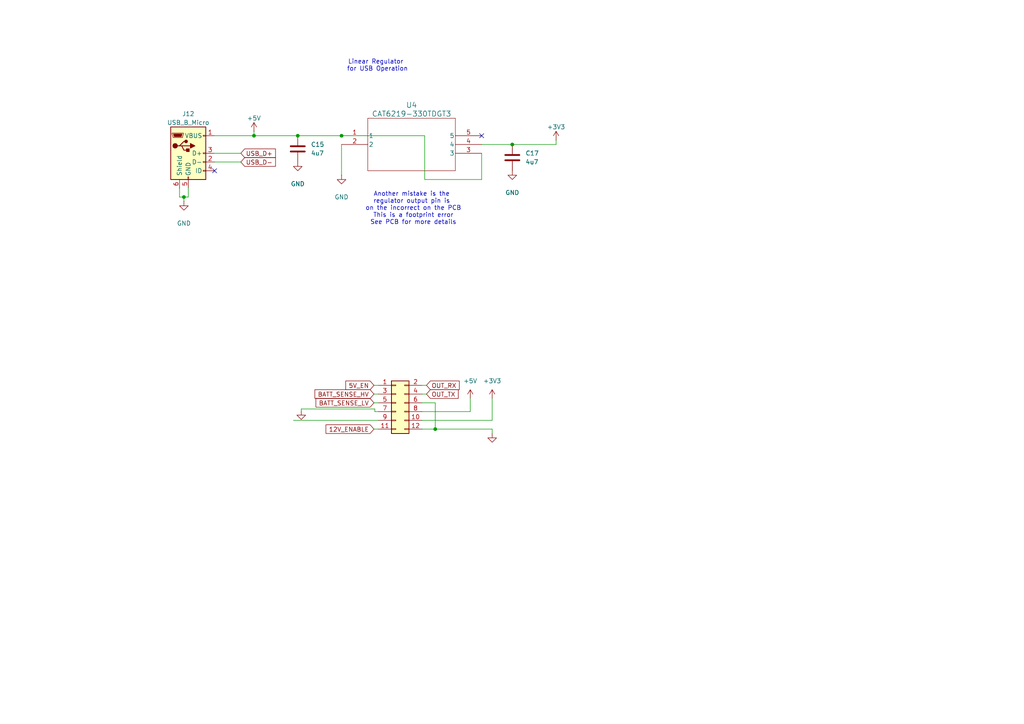
<source format=kicad_sch>
(kicad_sch (version 20231120) (generator "eeschema") (generator_version "8.0")
  (paper "A4")
  (lib_symbols
    (symbol "+3V3_3" (power) (pin_numbers hide) (pin_names (offset 0) hide)
      (property "Value" "+3V3" (at 0 3.556 0))
      (symbol "+3V3_3_0_1"
        (polyline (pts (xy -0.762 1.27) (xy 0 2.54)))
        (polyline (pts (xy 0 0) (xy 0 2.54)))
        (polyline (pts (xy 0 2.54) (xy 0.762 1.27)))
      )
      (symbol "+3V3_3_1_1"
        (pin power_in line (at 0 0 90) (length 0) (name "~") (number "1"))
      )
    )
    (symbol "Connector:USB_B_Micro" (pin_names (offset 1.016))
      (property "Reference" "J" (at -5.08 11.43 0))
      (property "Value" "USB_B_Micro" (at -5.08 8.89 0))
      (symbol "USB_B_Micro_0_1"
        (rectangle (start -5.08 -7.62) (end 5.08 7.62) (stroke (width 0.254)) (fill (type background)))
        (circle (center -3.81 2.159) (radius 0.635) (stroke (width 0.254)) (fill (type outline)))
        (circle (center -0.635 3.429) (radius 0.381) (stroke (width 0.254)) (fill (type outline)))
        (rectangle (start -0.127 -7.62) (end 0.127 -6.858))
        (polyline (pts (xy -1.905 2.159) (xy 0.635 2.159)) (stroke (width 0.254)))
        (polyline (pts (xy -3.175 2.159) (xy -2.54 2.159) (xy -1.27 3.429) (xy -0.635 3.429)) (stroke (width 0.254)))
        (polyline (pts (xy -2.54 2.159) (xy -1.905 2.159) (xy -1.27 0.889) (xy 0 0.889)) (stroke (width 0.254)))
        (polyline (pts (xy 0.635 2.794) (xy 0.635 1.524) (xy 1.905 2.159) (xy 0.635 2.794)) (stroke (width 0.254)) (fill (type outline)))
        (polyline (pts (xy -4.318 5.588) (xy -1.778 5.588) (xy -2.032 4.826) (xy -4.064 4.826) (xy -4.318 5.588)) (fill (type outline)))
        (polyline (pts (xy -4.699 5.842) (xy -4.699 5.588) (xy -4.445 4.826) (xy -4.445 4.572) (xy -1.651 4.572) (xy -1.651 4.826) (xy -1.397 5.588) (xy -1.397 5.842) (xy -4.699 5.842)))
        (rectangle (start 0.254 1.27) (end -0.508 0.508) (stroke (width 0.254)) (fill (type outline)))
        (rectangle (start 5.08 -5.207) (end 4.318 -4.953))
        (rectangle (start 5.08 -2.667) (end 4.318 -2.413))
        (rectangle (start 5.08 -0.127) (end 4.318 0.127))
        (rectangle (start 5.08 4.953) (end 4.318 5.207))
      )
      (symbol "USB_B_Micro_1_1"
        (pin power_out line (at 7.62 5.08 180) (length 2.54) (name "VBUS") (number "1"))
        (pin bidirectional line (at 7.62 -2.54 180) (length 2.54) (name "D-") (number "2"))
        (pin bidirectional line (at 7.62 0 180) (length 2.54) (name "D+") (number "3"))
        (pin passive line (at 7.62 -5.08 180) (length 2.54) (name "ID") (number "4"))
        (pin power_out line (at 0 -10.16 90) (length 2.54) (name "GND") (number "5"))
        (pin passive line (at -2.54 -10.16 90) (length 2.54) (name "Shield") (number "6"))
      )
    )
    (symbol "Connector_Generic:Conn_02x06_Odd_Even" (pin_names (offset 1.016) hide)
      (property "Reference" "J" (at 1.27 7.62 0))
      (property "Value" "Conn_02x06_Odd_Even" (at 1.27 -10.16 0))
      (symbol "Conn_02x06_Odd_Even_1_1"
        (rectangle (start -1.27 -7.493) (end 0 -7.747) (stroke (width 0.1524)))
        (rectangle (start -1.27 -4.953) (end 0 -5.207) (stroke (width 0.1524)))
        (rectangle (start -1.27 -2.413) (end 0 -2.667) (stroke (width 0.1524)))
        (rectangle (start -1.27 0.127) (end 0 -0.127) (stroke (width 0.1524)))
        (rectangle (start -1.27 2.667) (end 0 2.413) (stroke (width 0.1524)))
        (rectangle (start -1.27 5.207) (end 0 4.953) (stroke (width 0.1524)))
        (rectangle (start -1.27 6.35) (end 3.81 -8.89) (stroke (width 0.254)) (fill (type background)))
        (rectangle (start 3.81 -7.493) (end 2.54 -7.747) (stroke (width 0.1524)))
        (rectangle (start 3.81 -4.953) (end 2.54 -5.207) (stroke (width 0.1524)))
        (rectangle (start 3.81 -2.413) (end 2.54 -2.667) (stroke (width 0.1524)))
        (rectangle (start 3.81 0.127) (end 2.54 -0.127) (stroke (width 0.1524)))
        (rectangle (start 3.81 2.667) (end 2.54 2.413) (stroke (width 0.1524)))
        (rectangle (start 3.81 5.207) (end 2.54 4.953) (stroke (width 0.1524)))
        (pin passive line (at -5.08 5.08 0) (length 3.81) (name "Pin_1") (number "1"))
        (pin passive line (at 7.62 -5.08 180) (length 3.81) (name "Pin_10") (number "10"))
        (pin passive line (at -5.08 -7.62 0) (length 3.81) (name "Pin_11") (number "11"))
        (pin passive line (at 7.62 -7.62 180) (length 3.81) (name "Pin_12") (number "12"))
        (pin passive line (at 7.62 5.08 180) (length 3.81) (name "Pin_2") (number "2"))
        (pin passive line (at -5.08 2.54 0) (length 3.81) (name "Pin_3") (number "3"))
        (pin passive line (at 7.62 2.54 180) (length 3.81) (name "Pin_4") (number "4"))
        (pin passive line (at -5.08 0 0) (length 3.81) (name "Pin_5") (number "5"))
        (pin passive line (at 7.62 0 180) (length 3.81) (name "Pin_6") (number "6"))
        (pin passive line (at -5.08 -2.54 0) (length 3.81) (name "Pin_7") (number "7"))
        (pin passive line (at 7.62 -2.54 180) (length 3.81) (name "Pin_8") (number "8"))
        (pin passive line (at -5.08 -5.08 0) (length 3.81) (name "Pin_9") (number "9"))
      )
    )
    (symbol "Device:C" (pin_numbers hide) (pin_names (offset 0.254))
      (property "Reference" "C" (at 0.635 2.54 0))
      (property "Value" "C" (at 0.635 -2.54 0))
      (symbol "C_0_1"
        (polyline (pts (xy -2.032 -0.762) (xy 2.032 -0.762)) (stroke (width 0.508)))
        (polyline (pts (xy -2.032 0.762) (xy 2.032 0.762)) (stroke (width 0.508)))
      )
      (symbol "C_1_1"
        (pin passive line (at 0 3.81 270) (length 2.794) (name "~") (number "1"))
        (pin passive line (at 0 -3.81 90) (length 2.794) (name "~") (number "2"))
      )
    )
    (symbol "GND_7" (power) (pin_numbers hide) (pin_names (offset 0) hide)
      (property "Value" "GND" (at 0 -3.81 0))
      (symbol "GND_7_0_1"
        (polyline (pts (xy 0 0) (xy 0 -1.27) (xy 1.27 -1.27) (xy 0 -2.54) (xy -1.27 -1.27) (xy 0 -1.27)))
      )
      (symbol "GND_7_1_1"
        (pin power_in line (at 0 0 270) (length 0) (name "~") (number "1"))
      )
    )
    (symbol "GND_8" (power) (pin_numbers hide) (pin_names (offset 0) hide)
      (property "Value" "GND" (at 0 -3.81 0))
      (symbol "GND_8_0_1"
        (polyline (pts (xy 0 0) (xy 0 -1.27) (xy 1.27 -1.27) (xy 0 -2.54) (xy -1.27 -1.27) (xy 0 -1.27)))
      )
      (symbol "GND_8_1_1"
        (pin power_in line (at 0 0 270) (length 0) (name "~") (number "1"))
      )
    )
    (symbol "SV_CAT6219-330TDGT3:CAT6219-330TDGT3" (pin_names (offset 0.254))
      (property "Reference" "U" (at 20.32 10.16 0))
      (property "Value" "CAT6219-330TDGT3" (at 20.32 7.62 0))
      (symbol "CAT6219-330TDGT3_0_1"
        (polyline (pts (xy 7.62 -10.16) (xy 33.02 -10.16)) (stroke (width 0.127)))
        (polyline (pts (xy 7.62 5.08) (xy 7.62 -10.16)) (stroke (width 0.127)))
        (polyline (pts (xy 33.02 -10.16) (xy 33.02 5.08)) (stroke (width 0.127)))
        (polyline (pts (xy 33.02 5.08) (xy 7.62 5.08)) (stroke (width 0.127)))
        (pin unspecified line (at 0 0 0) (length 7.62) (name "1") (number "1"))
        (pin unspecified line (at 0 -2.54 0) (length 7.62) (name "2") (number "2"))
        (pin unspecified line (at 40.64 -5.08 180) (length 7.62) (name "3") (number "3"))
        (pin unspecified line (at 40.64 -2.54 180) (length 7.62) (name "4") (number "4"))
        (pin unspecified line (at 40.64 0 180) (length 7.62) (name "5") (number "5"))
      )
    )
    (symbol "power:+3V3" (power) (pin_names (offset 0))
      (property "Value" "+3V3" (at 0 3.556 0))
      (symbol "+3V3_0_1"
        (polyline (pts (xy -0.762 1.27) (xy 0 2.54)))
        (polyline (pts (xy 0 0) (xy 0 2.54)))
        (polyline (pts (xy 0 2.54) (xy 0.762 1.27)))
      )
      (symbol "+3V3_1_1"
        (pin power_in line (at 0 0 90) (length 0) hide (name "+3V3") (number "1"))
      )
    )
    (symbol "power:+5V" (power) (pin_names (offset 0))
      (property "Value" "+5V" (at 0 3.556 0))
      (symbol "+5V_0_1"
        (polyline (pts (xy -0.762 1.27) (xy 0 2.54)))
        (polyline (pts (xy 0 0) (xy 0 2.54)))
        (polyline (pts (xy 0 2.54) (xy 0.762 1.27)))
      )
      (symbol "+5V_1_1"
        (pin power_in line (at 0 0 90) (length 0) hide (name "+5V") (number "1"))
      )
    )
    (symbol "power:GND" (power) (pin_names (offset 0))
      (property "Value" "GND" (at 0 -3.81 0))
      (symbol "GND_0_1"
        (polyline (pts (xy 0 0) (xy 0 -1.27) (xy 1.27 -1.27) (xy 0 -2.54) (xy -1.27 -1.27) (xy 0 -1.27)))
      )
      (symbol "GND_1_1"
        (pin power_in line (at 0 0 270) (length 0) hide (name "GND") (number "1"))
      )
    )
    (symbol "power:VBUS" (power) (pin_numbers hide) (pin_names (offset 0) hide)
      (property "Value" "VBUS" (at 0 3.556 0))
      (symbol "VBUS_0_1"
        (polyline (pts (xy -0.762 1.27) (xy 0 2.54)))
        (polyline (pts (xy 0 0) (xy 0 2.54)))
        (polyline (pts (xy 0 2.54) (xy 0.762 1.27)))
      )
      (symbol "VBUS_1_1"
        (pin power_in line (at 0 0 90) (length 0) (name "~") (number "1"))
      )
    )
  )
  (junction (at 53.34 57.15))
  (junction (at 99.06 39.37))
  (junction (at 126.238 124.46))
  (junction (at 86.36 39.37))
  (junction (at 73.66 39.37))
  (junction (at 148.59 41.91))
  (no_connect (at 139.7 39.37))
  (no_connect (at 62.23 49.53))
  (wire (pts (xy 99.06 39.37) (xy 123.19 39.37)))
  (wire (pts (xy 123.19 52.07) (xy 123.19 39.37)))
  (wire (pts (xy 73.66 38.1) (xy 73.66 39.37)))
  (wire (pts (xy 123.698 111.76) (xy 122.428 111.76)))
  (wire (pts (xy 108.458 124.46) (xy 109.728 124.46)))
  (wire (pts (xy 108.458 111.76) (xy 109.728 111.76)))
  (wire (pts (xy 139.7 52.07) (xy 123.19 52.07)))
  (wire (pts (xy 148.59 41.91) (xy 161.29 41.91)))
  (wire (pts (xy 52.07 54.61) (xy 52.07 57.15)))
  (wire (pts (xy 62.23 46.99) (xy 69.85 46.99)))
  (wire (pts (xy 62.23 39.37) (xy 73.66 39.37)))
  (wire (pts (xy 87.376 118.618) (xy 87.376 119.126)))
  (wire (pts (xy 108.712 119.38) (xy 109.728 119.38)))
  (wire (pts (xy 99.06 41.91) (xy 99.06 50.8)))
  (wire (pts (xy 122.428 116.84) (xy 126.238 116.84)))
  (wire (pts (xy 54.61 54.61) (xy 54.61 57.15)))
  (wire (pts (xy 53.34 57.15) (xy 53.34 58.42)))
  (wire (pts (xy 122.428 121.92) (xy 142.748 121.92)))
  (wire (pts (xy 108.458 114.3) (xy 109.728 114.3)))
  (wire (pts (xy 122.428 114.3) (xy 123.698 114.3)))
  (wire (pts (xy 73.66 39.37) (xy 86.36 39.37)))
  (wire (pts (xy 108.712 118.618) (xy 108.712 119.38)))
  (wire (pts (xy 86.36 39.37) (xy 99.06 39.37)))
  (wire (pts (xy 161.29 40.64) (xy 161.29 41.91)))
  (wire (pts (xy 122.428 119.38) (xy 136.398 119.38)))
  (wire (pts (xy 85.09 121.92) (xy 109.728 121.92)))
  (wire (pts (xy 126.238 124.46) (xy 126.238 116.84)))
  (wire (pts (xy 87.376 118.618) (xy 108.712 118.618)))
  (wire (pts (xy 136.398 115.57) (xy 136.398 119.38)))
  (wire (pts (xy 142.748 124.46) (xy 142.748 125.73)))
  (wire (pts (xy 62.23 44.45) (xy 69.85 44.45)))
  (wire (pts (xy 53.34 57.15) (xy 52.07 57.15)))
  (wire (pts (xy 139.7 41.91) (xy 148.59 41.91)))
  (wire (pts (xy 142.748 121.92) (xy 142.748 115.57)))
  (wire (pts (xy 122.428 124.46) (xy 126.238 124.46)))
  (wire (pts (xy 54.61 57.15) (xy 53.34 57.15)))
  (wire (pts (xy 108.458 116.84) (xy 109.728 116.84)))
  (wire (pts (xy 139.7 44.45) (xy 139.7 52.07)))
  (wire (pts (xy 142.748 124.46) (xy 126.238 124.46)))
  (text "Another mistake is the \nregulator output pin is \non the incorrect on the PCB\nThis is a footprint error\nSee PCB for more details" (at 119.888 60.452 0) (effects (font (size 1.27 1.27))))
  (text "Linear Regulator \nfor USB Operation\n" (at 109.474 19.05 0) (effects (font (size 1.27 1.27))))
  (global_label "USB_D-" (shape input) (at 69.85 46.99 0) (property "Intersheetrefs" "${INTERSHEET_REFS}" (effects (hide yes))))
  (global_label "12V_ENABLE" (shape input) (at 108.458 124.46 180) (property "Intersheetrefs" "${INTERSHEET_REFS}" (effects (hide yes))))
  (global_label "5V_EN" (shape input) (at 108.458 111.76 180) (property "Intersheetrefs" "${INTERSHEET_REFS}" (effects (hide yes))))
  (global_label "BATT_SENSE_HV" (shape input) (at 108.458 114.3 180) (property "Intersheetrefs" "${INTERSHEET_REFS}" (effects (hide yes))))
  (global_label "USB_D+" (shape input) (at 69.85 44.45 0) (property "Intersheetrefs" "${INTERSHEET_REFS}" (effects (hide yes))))
  (global_label "BATT_SENSE_LV" (shape input) (at 108.458 116.84 180) (property "Intersheetrefs" "${INTERSHEET_REFS}" (effects (hide yes))))
  (global_label "OUT_RX" (shape input) (at 123.698 111.76 0) (property "Intersheetrefs" "${INTERSHEET_REFS}" (effects (hide yes))))
  (global_label "OUT_TX" (shape input) (at 123.698 114.3 0) (property "Intersheetrefs" "${INTERSHEET_REFS}" (effects (hide yes))))
  (symbol (lib_id "power:GND") (at 142.748 125.73 0) (mirror y) (unit 1)
    (property "Reference" "#PWR013" (effects (hide yes)))
    (property "Value" "GND" (effects (hide yes)))
  )
  (symbol (lib_name "+3V3_3") (lib_id "power:+3V3") (at 161.29 40.64 0) (unit 1)
    (property "Reference" "#PWR062" (effects (hide yes)))
    (property "Value" "+3V3" (at 161.29 36.83 0))
    (property "Description" "Power symbol creates a global label with name \"+3V3\"" (effects (hide yes)))
  )
  (symbol (lib_id "power:+5V") (at 136.398 115.57 0) (unit 1)
    (property "Reference" "#PWR07" (effects (hide yes)))
    (property "Value" "+5V" (at 136.398 110.49 0))
  )
  (symbol (lib_id "Connector:USB_B_Micro") (at 54.61 44.45 0) (unit 1)
    (property "Reference" "J12" (at 54.61 33.02 0))
    (property "Value" "USB_B_Micro" (at 54.61 35.56 0))
    (property "Footprint" "Connector_USB:USB_Micro-B_Amphenol_10103594-0001LF_Horizontal" (effects (hide yes)))
    (property "Description" "USB Micro Type B connector" (effects (hide yes)))
  )
  (symbol (lib_id "Connector_Generic:Conn_02x06_Odd_Even") (at 114.808 116.84 0) (unit 1)
    (property "Reference" "J2" (effects (hide yes)))
    (property "Value" "Conn_02x06_Odd_Even" (effects (hide yes)))
    (property "Footprint" "Connector_PinSocket_2.00mm:PinSocket_2x06_P2.00mm_Vertical_SMD" (effects (hide yes)))
    (property "Digikey" "2073-BF060-12A-B-0600-0280-0305-L-D-ND" (effects (hide yes)))
    (property "LCSC" "C7086099" (effects (hide yes)))
  )
  (symbol (lib_name "GND_7") (lib_id "power:GND") (at 148.59 49.53 0) (unit 1)
    (property "Reference" "#PWR061" (effects (hide yes)))
    (property "Value" "GND" (at 148.59 55.88 0))
    (property "Description" "Power symbol creates a global label with name \"GND\" , ground" (effects (hide yes)))
  )
  (symbol (lib_id "Device:C") (at 148.59 45.72 0) (unit 1)
    (property "Reference" "C17" (at 152.4 44.4499 0) (effects (justify left)))
    (property "Value" "4u7" (at 152.4 46.9899 0) (effects (justify left)))
    (property "Footprint" "Capacitor_SMD:C_0603_1608Metric" (effects (hide yes)))
    (property "Description" "16V" (effects (hide yes)))
  )
  (symbol (lib_id "power:VBUS") (at 73.66 38.1 0) (unit 1)
    (property "Reference" "#PWR058" (effects (hide yes)))
    (property "Value" "+5V" (at 73.66 34.29 0))
    (property "Description" "Power symbol creates a global label with name \"VBUS\"" (effects (hide yes)))
  )
  (symbol (lib_id "SV_CAT6219-330TDGT3:CAT6219-330TDGT3") (at 99.06 39.37 0) (unit 1)
    (property "Reference" "U4" (at 119.38 30.48 0) (effects (font (size 1.524 1.524))))
    (property "Value" "CAT6219-330TDGT3" (at 119.38 33.02 0) (effects (font (size 1.524 1.524))))
    (property "Footprint" "SV_CAT6219-330TDGT3:TSOT23-5_ONS" (effects (hide yes)))
    (property "Datasheet" "CAT6219-330TDGT3" (effects (hide yes)))
  )
  (symbol (lib_id "power:+3V3") (at 142.748 115.57 0) (unit 1)
    (property "Reference" "#PWR012" (effects (hide yes)))
    (property "Value" "+3V3" (at 142.748 110.49 0))
  )
  (symbol (lib_id "power:GND") (at 87.376 119.126 0) (mirror y) (unit 1)
    (property "Reference" "#PWR01" (effects (hide yes)))
    (property "Value" "GND" (effects (hide yes)))
  )
  (symbol (lib_name "GND_7") (lib_id "power:GND") (at 53.34 58.42 0) (unit 1)
    (property "Reference" "#PWR057" (effects (hide yes)))
    (property "Value" "GND" (at 53.34 64.77 0))
    (property "Description" "Power symbol creates a global label with name \"GND\" , ground" (effects (hide yes)))
  )
  (symbol (lib_name "GND_8") (lib_id "power:GND") (at 99.06 50.8 0) (unit 1)
    (property "Reference" "#PWR060" (effects (hide yes)))
    (property "Value" "GND" (at 99.06 57.15 0))
    (property "Description" "Power symbol creates a global label with name \"GND\" , ground" (effects (hide yes)))
  )
  (symbol (lib_id "Device:C") (at 86.36 43.18 0) (unit 1)
    (property "Reference" "C15" (at 90.17 41.9099 0) (effects (justify left)))
    (property "Value" "4u7" (at 90.17 44.4499 0) (effects (justify left)))
    (property "Footprint" "Capacitor_SMD:C_0603_1608Metric" (effects (hide yes)))
    (property "Description" "16V" (effects (hide yes)))
  )
  (symbol (lib_name "GND_7") (lib_id "power:GND") (at 86.36 46.99 0) (unit 1)
    (property "Reference" "#PWR059" (effects (hide yes)))
    (property "Value" "GND" (at 86.36 53.34 0))
    (property "Description" "Power symbol creates a global label with name \"GND\" , ground" (effects (hide yes)))
  )
)
</source>
